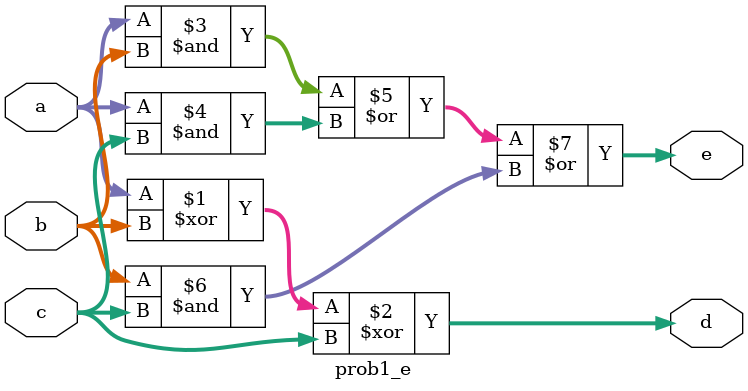
<source format=v>

`timescale 10ps/1ps
`celldefine
module prob1_e(
    a,
    b,
    c,
    d,
    e
);
    input [11:0]    a;
    input [11:0]    b;
    input [11:0]    c;
    output [11:0]   d;
    output [11:0]   e;
    assign d = a ^ b ^ c;
    assign e = (a & b) | (a & c) | (b & c);
endmodule
`endcelldefine

</source>
